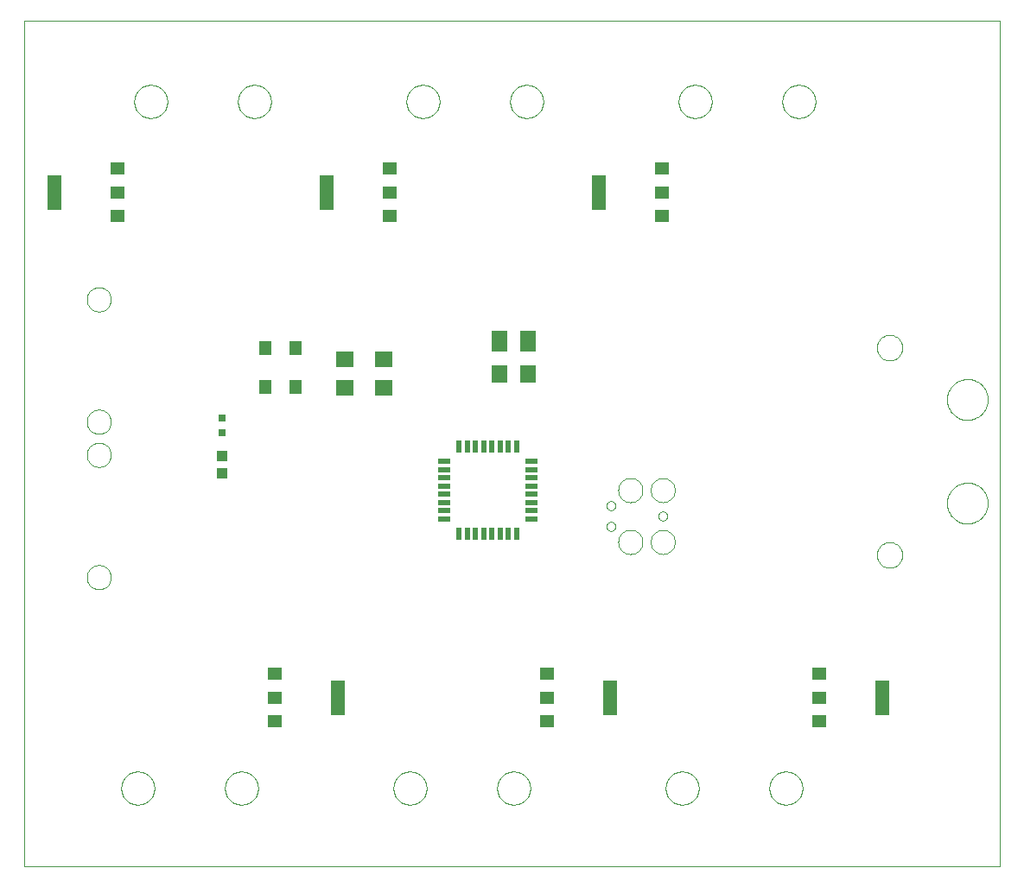
<source format=gtp>
G75*
%MOIN*%
%OFA0B0*%
%FSLAX24Y24*%
%IPPOS*%
%LPD*%
%AMOC8*
5,1,8,0,0,1.08239X$1,22.5*
%
%ADD10C,0.0000*%
%ADD11R,0.0220X0.0500*%
%ADD12R,0.0500X0.0220*%
%ADD13R,0.0630X0.0787*%
%ADD14R,0.0630X0.0709*%
%ADD15R,0.0709X0.0630*%
%ADD16R,0.0394X0.0433*%
%ADD17R,0.0315X0.0315*%
%ADD18R,0.0472X0.0551*%
%ADD19R,0.0551X0.0472*%
%ADD20R,0.0551X0.1378*%
D10*
X000100Y000204D02*
X000100Y032825D01*
X037720Y032825D01*
X037720Y000204D01*
X000100Y000204D01*
X003835Y003204D02*
X003837Y003254D01*
X003843Y003304D01*
X003853Y003353D01*
X003866Y003402D01*
X003884Y003449D01*
X003905Y003495D01*
X003929Y003538D01*
X003957Y003580D01*
X003988Y003620D01*
X004022Y003657D01*
X004059Y003691D01*
X004099Y003722D01*
X004141Y003750D01*
X004184Y003774D01*
X004230Y003795D01*
X004277Y003813D01*
X004326Y003826D01*
X004375Y003836D01*
X004425Y003842D01*
X004475Y003844D01*
X004525Y003842D01*
X004575Y003836D01*
X004624Y003826D01*
X004673Y003813D01*
X004720Y003795D01*
X004766Y003774D01*
X004809Y003750D01*
X004851Y003722D01*
X004891Y003691D01*
X004928Y003657D01*
X004962Y003620D01*
X004993Y003580D01*
X005021Y003538D01*
X005045Y003495D01*
X005066Y003449D01*
X005084Y003402D01*
X005097Y003353D01*
X005107Y003304D01*
X005113Y003254D01*
X005115Y003204D01*
X005113Y003154D01*
X005107Y003104D01*
X005097Y003055D01*
X005084Y003006D01*
X005066Y002959D01*
X005045Y002913D01*
X005021Y002870D01*
X004993Y002828D01*
X004962Y002788D01*
X004928Y002751D01*
X004891Y002717D01*
X004851Y002686D01*
X004809Y002658D01*
X004766Y002634D01*
X004720Y002613D01*
X004673Y002595D01*
X004624Y002582D01*
X004575Y002572D01*
X004525Y002566D01*
X004475Y002564D01*
X004425Y002566D01*
X004375Y002572D01*
X004326Y002582D01*
X004277Y002595D01*
X004230Y002613D01*
X004184Y002634D01*
X004141Y002658D01*
X004099Y002686D01*
X004059Y002717D01*
X004022Y002751D01*
X003988Y002788D01*
X003957Y002828D01*
X003929Y002870D01*
X003905Y002913D01*
X003884Y002959D01*
X003866Y003006D01*
X003853Y003055D01*
X003843Y003104D01*
X003837Y003154D01*
X003835Y003204D01*
X007835Y003204D02*
X007837Y003254D01*
X007843Y003304D01*
X007853Y003353D01*
X007866Y003402D01*
X007884Y003449D01*
X007905Y003495D01*
X007929Y003538D01*
X007957Y003580D01*
X007988Y003620D01*
X008022Y003657D01*
X008059Y003691D01*
X008099Y003722D01*
X008141Y003750D01*
X008184Y003774D01*
X008230Y003795D01*
X008277Y003813D01*
X008326Y003826D01*
X008375Y003836D01*
X008425Y003842D01*
X008475Y003844D01*
X008525Y003842D01*
X008575Y003836D01*
X008624Y003826D01*
X008673Y003813D01*
X008720Y003795D01*
X008766Y003774D01*
X008809Y003750D01*
X008851Y003722D01*
X008891Y003691D01*
X008928Y003657D01*
X008962Y003620D01*
X008993Y003580D01*
X009021Y003538D01*
X009045Y003495D01*
X009066Y003449D01*
X009084Y003402D01*
X009097Y003353D01*
X009107Y003304D01*
X009113Y003254D01*
X009115Y003204D01*
X009113Y003154D01*
X009107Y003104D01*
X009097Y003055D01*
X009084Y003006D01*
X009066Y002959D01*
X009045Y002913D01*
X009021Y002870D01*
X008993Y002828D01*
X008962Y002788D01*
X008928Y002751D01*
X008891Y002717D01*
X008851Y002686D01*
X008809Y002658D01*
X008766Y002634D01*
X008720Y002613D01*
X008673Y002595D01*
X008624Y002582D01*
X008575Y002572D01*
X008525Y002566D01*
X008475Y002564D01*
X008425Y002566D01*
X008375Y002572D01*
X008326Y002582D01*
X008277Y002595D01*
X008230Y002613D01*
X008184Y002634D01*
X008141Y002658D01*
X008099Y002686D01*
X008059Y002717D01*
X008022Y002751D01*
X007988Y002788D01*
X007957Y002828D01*
X007929Y002870D01*
X007905Y002913D01*
X007884Y002959D01*
X007866Y003006D01*
X007853Y003055D01*
X007843Y003104D01*
X007837Y003154D01*
X007835Y003204D01*
X014335Y003204D02*
X014337Y003254D01*
X014343Y003304D01*
X014353Y003353D01*
X014366Y003402D01*
X014384Y003449D01*
X014405Y003495D01*
X014429Y003538D01*
X014457Y003580D01*
X014488Y003620D01*
X014522Y003657D01*
X014559Y003691D01*
X014599Y003722D01*
X014641Y003750D01*
X014684Y003774D01*
X014730Y003795D01*
X014777Y003813D01*
X014826Y003826D01*
X014875Y003836D01*
X014925Y003842D01*
X014975Y003844D01*
X015025Y003842D01*
X015075Y003836D01*
X015124Y003826D01*
X015173Y003813D01*
X015220Y003795D01*
X015266Y003774D01*
X015309Y003750D01*
X015351Y003722D01*
X015391Y003691D01*
X015428Y003657D01*
X015462Y003620D01*
X015493Y003580D01*
X015521Y003538D01*
X015545Y003495D01*
X015566Y003449D01*
X015584Y003402D01*
X015597Y003353D01*
X015607Y003304D01*
X015613Y003254D01*
X015615Y003204D01*
X015613Y003154D01*
X015607Y003104D01*
X015597Y003055D01*
X015584Y003006D01*
X015566Y002959D01*
X015545Y002913D01*
X015521Y002870D01*
X015493Y002828D01*
X015462Y002788D01*
X015428Y002751D01*
X015391Y002717D01*
X015351Y002686D01*
X015309Y002658D01*
X015266Y002634D01*
X015220Y002613D01*
X015173Y002595D01*
X015124Y002582D01*
X015075Y002572D01*
X015025Y002566D01*
X014975Y002564D01*
X014925Y002566D01*
X014875Y002572D01*
X014826Y002582D01*
X014777Y002595D01*
X014730Y002613D01*
X014684Y002634D01*
X014641Y002658D01*
X014599Y002686D01*
X014559Y002717D01*
X014522Y002751D01*
X014488Y002788D01*
X014457Y002828D01*
X014429Y002870D01*
X014405Y002913D01*
X014384Y002959D01*
X014366Y003006D01*
X014353Y003055D01*
X014343Y003104D01*
X014337Y003154D01*
X014335Y003204D01*
X018335Y003204D02*
X018337Y003254D01*
X018343Y003304D01*
X018353Y003353D01*
X018366Y003402D01*
X018384Y003449D01*
X018405Y003495D01*
X018429Y003538D01*
X018457Y003580D01*
X018488Y003620D01*
X018522Y003657D01*
X018559Y003691D01*
X018599Y003722D01*
X018641Y003750D01*
X018684Y003774D01*
X018730Y003795D01*
X018777Y003813D01*
X018826Y003826D01*
X018875Y003836D01*
X018925Y003842D01*
X018975Y003844D01*
X019025Y003842D01*
X019075Y003836D01*
X019124Y003826D01*
X019173Y003813D01*
X019220Y003795D01*
X019266Y003774D01*
X019309Y003750D01*
X019351Y003722D01*
X019391Y003691D01*
X019428Y003657D01*
X019462Y003620D01*
X019493Y003580D01*
X019521Y003538D01*
X019545Y003495D01*
X019566Y003449D01*
X019584Y003402D01*
X019597Y003353D01*
X019607Y003304D01*
X019613Y003254D01*
X019615Y003204D01*
X019613Y003154D01*
X019607Y003104D01*
X019597Y003055D01*
X019584Y003006D01*
X019566Y002959D01*
X019545Y002913D01*
X019521Y002870D01*
X019493Y002828D01*
X019462Y002788D01*
X019428Y002751D01*
X019391Y002717D01*
X019351Y002686D01*
X019309Y002658D01*
X019266Y002634D01*
X019220Y002613D01*
X019173Y002595D01*
X019124Y002582D01*
X019075Y002572D01*
X019025Y002566D01*
X018975Y002564D01*
X018925Y002566D01*
X018875Y002572D01*
X018826Y002582D01*
X018777Y002595D01*
X018730Y002613D01*
X018684Y002634D01*
X018641Y002658D01*
X018599Y002686D01*
X018559Y002717D01*
X018522Y002751D01*
X018488Y002788D01*
X018457Y002828D01*
X018429Y002870D01*
X018405Y002913D01*
X018384Y002959D01*
X018366Y003006D01*
X018353Y003055D01*
X018343Y003104D01*
X018337Y003154D01*
X018335Y003204D01*
X024835Y003204D02*
X024837Y003254D01*
X024843Y003304D01*
X024853Y003353D01*
X024866Y003402D01*
X024884Y003449D01*
X024905Y003495D01*
X024929Y003538D01*
X024957Y003580D01*
X024988Y003620D01*
X025022Y003657D01*
X025059Y003691D01*
X025099Y003722D01*
X025141Y003750D01*
X025184Y003774D01*
X025230Y003795D01*
X025277Y003813D01*
X025326Y003826D01*
X025375Y003836D01*
X025425Y003842D01*
X025475Y003844D01*
X025525Y003842D01*
X025575Y003836D01*
X025624Y003826D01*
X025673Y003813D01*
X025720Y003795D01*
X025766Y003774D01*
X025809Y003750D01*
X025851Y003722D01*
X025891Y003691D01*
X025928Y003657D01*
X025962Y003620D01*
X025993Y003580D01*
X026021Y003538D01*
X026045Y003495D01*
X026066Y003449D01*
X026084Y003402D01*
X026097Y003353D01*
X026107Y003304D01*
X026113Y003254D01*
X026115Y003204D01*
X026113Y003154D01*
X026107Y003104D01*
X026097Y003055D01*
X026084Y003006D01*
X026066Y002959D01*
X026045Y002913D01*
X026021Y002870D01*
X025993Y002828D01*
X025962Y002788D01*
X025928Y002751D01*
X025891Y002717D01*
X025851Y002686D01*
X025809Y002658D01*
X025766Y002634D01*
X025720Y002613D01*
X025673Y002595D01*
X025624Y002582D01*
X025575Y002572D01*
X025525Y002566D01*
X025475Y002564D01*
X025425Y002566D01*
X025375Y002572D01*
X025326Y002582D01*
X025277Y002595D01*
X025230Y002613D01*
X025184Y002634D01*
X025141Y002658D01*
X025099Y002686D01*
X025059Y002717D01*
X025022Y002751D01*
X024988Y002788D01*
X024957Y002828D01*
X024929Y002870D01*
X024905Y002913D01*
X024884Y002959D01*
X024866Y003006D01*
X024853Y003055D01*
X024843Y003104D01*
X024837Y003154D01*
X024835Y003204D01*
X028835Y003204D02*
X028837Y003254D01*
X028843Y003304D01*
X028853Y003353D01*
X028866Y003402D01*
X028884Y003449D01*
X028905Y003495D01*
X028929Y003538D01*
X028957Y003580D01*
X028988Y003620D01*
X029022Y003657D01*
X029059Y003691D01*
X029099Y003722D01*
X029141Y003750D01*
X029184Y003774D01*
X029230Y003795D01*
X029277Y003813D01*
X029326Y003826D01*
X029375Y003836D01*
X029425Y003842D01*
X029475Y003844D01*
X029525Y003842D01*
X029575Y003836D01*
X029624Y003826D01*
X029673Y003813D01*
X029720Y003795D01*
X029766Y003774D01*
X029809Y003750D01*
X029851Y003722D01*
X029891Y003691D01*
X029928Y003657D01*
X029962Y003620D01*
X029993Y003580D01*
X030021Y003538D01*
X030045Y003495D01*
X030066Y003449D01*
X030084Y003402D01*
X030097Y003353D01*
X030107Y003304D01*
X030113Y003254D01*
X030115Y003204D01*
X030113Y003154D01*
X030107Y003104D01*
X030097Y003055D01*
X030084Y003006D01*
X030066Y002959D01*
X030045Y002913D01*
X030021Y002870D01*
X029993Y002828D01*
X029962Y002788D01*
X029928Y002751D01*
X029891Y002717D01*
X029851Y002686D01*
X029809Y002658D01*
X029766Y002634D01*
X029720Y002613D01*
X029673Y002595D01*
X029624Y002582D01*
X029575Y002572D01*
X029525Y002566D01*
X029475Y002564D01*
X029425Y002566D01*
X029375Y002572D01*
X029326Y002582D01*
X029277Y002595D01*
X029230Y002613D01*
X029184Y002634D01*
X029141Y002658D01*
X029099Y002686D01*
X029059Y002717D01*
X029022Y002751D01*
X028988Y002788D01*
X028957Y002828D01*
X028929Y002870D01*
X028905Y002913D01*
X028884Y002959D01*
X028866Y003006D01*
X028853Y003055D01*
X028843Y003104D01*
X028837Y003154D01*
X028835Y003204D01*
X032983Y012204D02*
X032985Y012248D01*
X032991Y012292D01*
X033001Y012335D01*
X033014Y012377D01*
X033032Y012417D01*
X033053Y012456D01*
X033077Y012493D01*
X033104Y012528D01*
X033135Y012560D01*
X033168Y012589D01*
X033204Y012615D01*
X033242Y012637D01*
X033282Y012656D01*
X033323Y012672D01*
X033366Y012684D01*
X033409Y012692D01*
X033453Y012696D01*
X033497Y012696D01*
X033541Y012692D01*
X033584Y012684D01*
X033627Y012672D01*
X033668Y012656D01*
X033708Y012637D01*
X033746Y012615D01*
X033782Y012589D01*
X033815Y012560D01*
X033846Y012528D01*
X033873Y012493D01*
X033897Y012456D01*
X033918Y012417D01*
X033936Y012377D01*
X033949Y012335D01*
X033959Y012292D01*
X033965Y012248D01*
X033967Y012204D01*
X033965Y012160D01*
X033959Y012116D01*
X033949Y012073D01*
X033936Y012031D01*
X033918Y011991D01*
X033897Y011952D01*
X033873Y011915D01*
X033846Y011880D01*
X033815Y011848D01*
X033782Y011819D01*
X033746Y011793D01*
X033708Y011771D01*
X033668Y011752D01*
X033627Y011736D01*
X033584Y011724D01*
X033541Y011716D01*
X033497Y011712D01*
X033453Y011712D01*
X033409Y011716D01*
X033366Y011724D01*
X033323Y011736D01*
X033282Y011752D01*
X033242Y011771D01*
X033204Y011793D01*
X033168Y011819D01*
X033135Y011848D01*
X033104Y011880D01*
X033077Y011915D01*
X033053Y011952D01*
X033032Y011991D01*
X033014Y012031D01*
X033001Y012073D01*
X032991Y012116D01*
X032985Y012160D01*
X032983Y012204D01*
X035688Y014204D02*
X035690Y014260D01*
X035696Y014315D01*
X035706Y014369D01*
X035719Y014423D01*
X035737Y014476D01*
X035758Y014527D01*
X035782Y014577D01*
X035810Y014625D01*
X035842Y014671D01*
X035876Y014715D01*
X035914Y014756D01*
X035954Y014794D01*
X035997Y014829D01*
X036042Y014861D01*
X036090Y014890D01*
X036139Y014916D01*
X036190Y014938D01*
X036242Y014956D01*
X036296Y014970D01*
X036351Y014981D01*
X036406Y014988D01*
X036461Y014991D01*
X036517Y014990D01*
X036572Y014985D01*
X036627Y014976D01*
X036681Y014964D01*
X036734Y014947D01*
X036786Y014927D01*
X036836Y014903D01*
X036884Y014876D01*
X036931Y014846D01*
X036975Y014812D01*
X037017Y014775D01*
X037055Y014735D01*
X037092Y014693D01*
X037125Y014648D01*
X037154Y014602D01*
X037181Y014553D01*
X037203Y014502D01*
X037223Y014450D01*
X037238Y014396D01*
X037250Y014342D01*
X037258Y014287D01*
X037262Y014232D01*
X037262Y014176D01*
X037258Y014121D01*
X037250Y014066D01*
X037238Y014012D01*
X037223Y013958D01*
X037203Y013906D01*
X037181Y013855D01*
X037154Y013806D01*
X037125Y013760D01*
X037092Y013715D01*
X037055Y013673D01*
X037017Y013633D01*
X036975Y013596D01*
X036931Y013562D01*
X036884Y013532D01*
X036836Y013505D01*
X036786Y013481D01*
X036734Y013461D01*
X036681Y013444D01*
X036627Y013432D01*
X036572Y013423D01*
X036517Y013418D01*
X036461Y013417D01*
X036406Y013420D01*
X036351Y013427D01*
X036296Y013438D01*
X036242Y013452D01*
X036190Y013470D01*
X036139Y013492D01*
X036090Y013518D01*
X036042Y013547D01*
X035997Y013579D01*
X035954Y013614D01*
X035914Y013652D01*
X035876Y013693D01*
X035842Y013737D01*
X035810Y013783D01*
X035782Y013831D01*
X035758Y013881D01*
X035737Y013932D01*
X035719Y013985D01*
X035706Y014039D01*
X035696Y014093D01*
X035690Y014148D01*
X035688Y014204D01*
X035688Y018204D02*
X035690Y018260D01*
X035696Y018315D01*
X035706Y018369D01*
X035719Y018423D01*
X035737Y018476D01*
X035758Y018527D01*
X035782Y018577D01*
X035810Y018625D01*
X035842Y018671D01*
X035876Y018715D01*
X035914Y018756D01*
X035954Y018794D01*
X035997Y018829D01*
X036042Y018861D01*
X036090Y018890D01*
X036139Y018916D01*
X036190Y018938D01*
X036242Y018956D01*
X036296Y018970D01*
X036351Y018981D01*
X036406Y018988D01*
X036461Y018991D01*
X036517Y018990D01*
X036572Y018985D01*
X036627Y018976D01*
X036681Y018964D01*
X036734Y018947D01*
X036786Y018927D01*
X036836Y018903D01*
X036884Y018876D01*
X036931Y018846D01*
X036975Y018812D01*
X037017Y018775D01*
X037055Y018735D01*
X037092Y018693D01*
X037125Y018648D01*
X037154Y018602D01*
X037181Y018553D01*
X037203Y018502D01*
X037223Y018450D01*
X037238Y018396D01*
X037250Y018342D01*
X037258Y018287D01*
X037262Y018232D01*
X037262Y018176D01*
X037258Y018121D01*
X037250Y018066D01*
X037238Y018012D01*
X037223Y017958D01*
X037203Y017906D01*
X037181Y017855D01*
X037154Y017806D01*
X037125Y017760D01*
X037092Y017715D01*
X037055Y017673D01*
X037017Y017633D01*
X036975Y017596D01*
X036931Y017562D01*
X036884Y017532D01*
X036836Y017505D01*
X036786Y017481D01*
X036734Y017461D01*
X036681Y017444D01*
X036627Y017432D01*
X036572Y017423D01*
X036517Y017418D01*
X036461Y017417D01*
X036406Y017420D01*
X036351Y017427D01*
X036296Y017438D01*
X036242Y017452D01*
X036190Y017470D01*
X036139Y017492D01*
X036090Y017518D01*
X036042Y017547D01*
X035997Y017579D01*
X035954Y017614D01*
X035914Y017652D01*
X035876Y017693D01*
X035842Y017737D01*
X035810Y017783D01*
X035782Y017831D01*
X035758Y017881D01*
X035737Y017932D01*
X035719Y017985D01*
X035706Y018039D01*
X035696Y018093D01*
X035690Y018148D01*
X035688Y018204D01*
X032983Y020204D02*
X032985Y020248D01*
X032991Y020292D01*
X033001Y020335D01*
X033014Y020377D01*
X033032Y020417D01*
X033053Y020456D01*
X033077Y020493D01*
X033104Y020528D01*
X033135Y020560D01*
X033168Y020589D01*
X033204Y020615D01*
X033242Y020637D01*
X033282Y020656D01*
X033323Y020672D01*
X033366Y020684D01*
X033409Y020692D01*
X033453Y020696D01*
X033497Y020696D01*
X033541Y020692D01*
X033584Y020684D01*
X033627Y020672D01*
X033668Y020656D01*
X033708Y020637D01*
X033746Y020615D01*
X033782Y020589D01*
X033815Y020560D01*
X033846Y020528D01*
X033873Y020493D01*
X033897Y020456D01*
X033918Y020417D01*
X033936Y020377D01*
X033949Y020335D01*
X033959Y020292D01*
X033965Y020248D01*
X033967Y020204D01*
X033965Y020160D01*
X033959Y020116D01*
X033949Y020073D01*
X033936Y020031D01*
X033918Y019991D01*
X033897Y019952D01*
X033873Y019915D01*
X033846Y019880D01*
X033815Y019848D01*
X033782Y019819D01*
X033746Y019793D01*
X033708Y019771D01*
X033668Y019752D01*
X033627Y019736D01*
X033584Y019724D01*
X033541Y019716D01*
X033497Y019712D01*
X033453Y019712D01*
X033409Y019716D01*
X033366Y019724D01*
X033323Y019736D01*
X033282Y019752D01*
X033242Y019771D01*
X033204Y019793D01*
X033168Y019819D01*
X033135Y019848D01*
X033104Y019880D01*
X033077Y019915D01*
X033053Y019952D01*
X033032Y019991D01*
X033014Y020031D01*
X033001Y020073D01*
X032991Y020116D01*
X032985Y020160D01*
X032983Y020204D01*
X024258Y014704D02*
X024260Y014747D01*
X024266Y014790D01*
X024276Y014832D01*
X024290Y014873D01*
X024307Y014912D01*
X024328Y014950D01*
X024352Y014985D01*
X024380Y015019D01*
X024410Y015049D01*
X024444Y015077D01*
X024479Y015101D01*
X024517Y015122D01*
X024556Y015139D01*
X024597Y015153D01*
X024639Y015163D01*
X024682Y015169D01*
X024725Y015171D01*
X024768Y015169D01*
X024811Y015163D01*
X024853Y015153D01*
X024894Y015139D01*
X024933Y015122D01*
X024971Y015101D01*
X025006Y015077D01*
X025040Y015049D01*
X025070Y015019D01*
X025098Y014985D01*
X025122Y014950D01*
X025143Y014912D01*
X025160Y014873D01*
X025174Y014832D01*
X025184Y014790D01*
X025190Y014747D01*
X025192Y014704D01*
X025190Y014661D01*
X025184Y014618D01*
X025174Y014576D01*
X025160Y014535D01*
X025143Y014496D01*
X025122Y014458D01*
X025098Y014423D01*
X025070Y014389D01*
X025040Y014359D01*
X025006Y014331D01*
X024971Y014307D01*
X024933Y014286D01*
X024894Y014269D01*
X024853Y014255D01*
X024811Y014245D01*
X024768Y014239D01*
X024725Y014237D01*
X024682Y014239D01*
X024639Y014245D01*
X024597Y014255D01*
X024556Y014269D01*
X024517Y014286D01*
X024479Y014307D01*
X024444Y014331D01*
X024410Y014359D01*
X024380Y014389D01*
X024352Y014423D01*
X024328Y014458D01*
X024307Y014496D01*
X024290Y014535D01*
X024276Y014576D01*
X024266Y014618D01*
X024260Y014661D01*
X024258Y014704D01*
X023008Y014704D02*
X023010Y014747D01*
X023016Y014790D01*
X023026Y014832D01*
X023040Y014873D01*
X023057Y014912D01*
X023078Y014950D01*
X023102Y014985D01*
X023130Y015019D01*
X023160Y015049D01*
X023194Y015077D01*
X023229Y015101D01*
X023267Y015122D01*
X023306Y015139D01*
X023347Y015153D01*
X023389Y015163D01*
X023432Y015169D01*
X023475Y015171D01*
X023518Y015169D01*
X023561Y015163D01*
X023603Y015153D01*
X023644Y015139D01*
X023683Y015122D01*
X023721Y015101D01*
X023756Y015077D01*
X023790Y015049D01*
X023820Y015019D01*
X023848Y014985D01*
X023872Y014950D01*
X023893Y014912D01*
X023910Y014873D01*
X023924Y014832D01*
X023934Y014790D01*
X023940Y014747D01*
X023942Y014704D01*
X023940Y014661D01*
X023934Y014618D01*
X023924Y014576D01*
X023910Y014535D01*
X023893Y014496D01*
X023872Y014458D01*
X023848Y014423D01*
X023820Y014389D01*
X023790Y014359D01*
X023756Y014331D01*
X023721Y014307D01*
X023683Y014286D01*
X023644Y014269D01*
X023603Y014255D01*
X023561Y014245D01*
X023518Y014239D01*
X023475Y014237D01*
X023432Y014239D01*
X023389Y014245D01*
X023347Y014255D01*
X023306Y014269D01*
X023267Y014286D01*
X023229Y014307D01*
X023194Y014331D01*
X023160Y014359D01*
X023130Y014389D01*
X023102Y014423D01*
X023078Y014458D01*
X023057Y014496D01*
X023040Y014535D01*
X023026Y014576D01*
X023016Y014618D01*
X023010Y014661D01*
X023008Y014704D01*
X022550Y014104D02*
X022552Y014130D01*
X022558Y014156D01*
X022567Y014180D01*
X022580Y014203D01*
X022597Y014223D01*
X022616Y014241D01*
X022638Y014256D01*
X022661Y014267D01*
X022686Y014275D01*
X022712Y014279D01*
X022738Y014279D01*
X022764Y014275D01*
X022789Y014267D01*
X022813Y014256D01*
X022834Y014241D01*
X022853Y014223D01*
X022870Y014203D01*
X022883Y014180D01*
X022892Y014156D01*
X022898Y014130D01*
X022900Y014104D01*
X022898Y014078D01*
X022892Y014052D01*
X022883Y014028D01*
X022870Y014005D01*
X022853Y013985D01*
X022834Y013967D01*
X022812Y013952D01*
X022789Y013941D01*
X022764Y013933D01*
X022738Y013929D01*
X022712Y013929D01*
X022686Y013933D01*
X022661Y013941D01*
X022637Y013952D01*
X022616Y013967D01*
X022597Y013985D01*
X022580Y014005D01*
X022567Y014028D01*
X022558Y014052D01*
X022552Y014078D01*
X022550Y014104D01*
X022550Y013304D02*
X022552Y013330D01*
X022558Y013356D01*
X022567Y013380D01*
X022580Y013403D01*
X022597Y013423D01*
X022616Y013441D01*
X022638Y013456D01*
X022661Y013467D01*
X022686Y013475D01*
X022712Y013479D01*
X022738Y013479D01*
X022764Y013475D01*
X022789Y013467D01*
X022813Y013456D01*
X022834Y013441D01*
X022853Y013423D01*
X022870Y013403D01*
X022883Y013380D01*
X022892Y013356D01*
X022898Y013330D01*
X022900Y013304D01*
X022898Y013278D01*
X022892Y013252D01*
X022883Y013228D01*
X022870Y013205D01*
X022853Y013185D01*
X022834Y013167D01*
X022812Y013152D01*
X022789Y013141D01*
X022764Y013133D01*
X022738Y013129D01*
X022712Y013129D01*
X022686Y013133D01*
X022661Y013141D01*
X022637Y013152D01*
X022616Y013167D01*
X022597Y013185D01*
X022580Y013205D01*
X022567Y013228D01*
X022558Y013252D01*
X022552Y013278D01*
X022550Y013304D01*
X023008Y012704D02*
X023010Y012747D01*
X023016Y012790D01*
X023026Y012832D01*
X023040Y012873D01*
X023057Y012912D01*
X023078Y012950D01*
X023102Y012985D01*
X023130Y013019D01*
X023160Y013049D01*
X023194Y013077D01*
X023229Y013101D01*
X023267Y013122D01*
X023306Y013139D01*
X023347Y013153D01*
X023389Y013163D01*
X023432Y013169D01*
X023475Y013171D01*
X023518Y013169D01*
X023561Y013163D01*
X023603Y013153D01*
X023644Y013139D01*
X023683Y013122D01*
X023721Y013101D01*
X023756Y013077D01*
X023790Y013049D01*
X023820Y013019D01*
X023848Y012985D01*
X023872Y012950D01*
X023893Y012912D01*
X023910Y012873D01*
X023924Y012832D01*
X023934Y012790D01*
X023940Y012747D01*
X023942Y012704D01*
X023940Y012661D01*
X023934Y012618D01*
X023924Y012576D01*
X023910Y012535D01*
X023893Y012496D01*
X023872Y012458D01*
X023848Y012423D01*
X023820Y012389D01*
X023790Y012359D01*
X023756Y012331D01*
X023721Y012307D01*
X023683Y012286D01*
X023644Y012269D01*
X023603Y012255D01*
X023561Y012245D01*
X023518Y012239D01*
X023475Y012237D01*
X023432Y012239D01*
X023389Y012245D01*
X023347Y012255D01*
X023306Y012269D01*
X023267Y012286D01*
X023229Y012307D01*
X023194Y012331D01*
X023160Y012359D01*
X023130Y012389D01*
X023102Y012423D01*
X023078Y012458D01*
X023057Y012496D01*
X023040Y012535D01*
X023026Y012576D01*
X023016Y012618D01*
X023010Y012661D01*
X023008Y012704D01*
X024258Y012704D02*
X024260Y012747D01*
X024266Y012790D01*
X024276Y012832D01*
X024290Y012873D01*
X024307Y012912D01*
X024328Y012950D01*
X024352Y012985D01*
X024380Y013019D01*
X024410Y013049D01*
X024444Y013077D01*
X024479Y013101D01*
X024517Y013122D01*
X024556Y013139D01*
X024597Y013153D01*
X024639Y013163D01*
X024682Y013169D01*
X024725Y013171D01*
X024768Y013169D01*
X024811Y013163D01*
X024853Y013153D01*
X024894Y013139D01*
X024933Y013122D01*
X024971Y013101D01*
X025006Y013077D01*
X025040Y013049D01*
X025070Y013019D01*
X025098Y012985D01*
X025122Y012950D01*
X025143Y012912D01*
X025160Y012873D01*
X025174Y012832D01*
X025184Y012790D01*
X025190Y012747D01*
X025192Y012704D01*
X025190Y012661D01*
X025184Y012618D01*
X025174Y012576D01*
X025160Y012535D01*
X025143Y012496D01*
X025122Y012458D01*
X025098Y012423D01*
X025070Y012389D01*
X025040Y012359D01*
X025006Y012331D01*
X024971Y012307D01*
X024933Y012286D01*
X024894Y012269D01*
X024853Y012255D01*
X024811Y012245D01*
X024768Y012239D01*
X024725Y012237D01*
X024682Y012239D01*
X024639Y012245D01*
X024597Y012255D01*
X024556Y012269D01*
X024517Y012286D01*
X024479Y012307D01*
X024444Y012331D01*
X024410Y012359D01*
X024380Y012389D01*
X024352Y012423D01*
X024328Y012458D01*
X024307Y012496D01*
X024290Y012535D01*
X024276Y012576D01*
X024266Y012618D01*
X024260Y012661D01*
X024258Y012704D01*
X024550Y013704D02*
X024552Y013730D01*
X024558Y013756D01*
X024567Y013780D01*
X024580Y013803D01*
X024597Y013823D01*
X024616Y013841D01*
X024638Y013856D01*
X024661Y013867D01*
X024686Y013875D01*
X024712Y013879D01*
X024738Y013879D01*
X024764Y013875D01*
X024789Y013867D01*
X024813Y013856D01*
X024834Y013841D01*
X024853Y013823D01*
X024870Y013803D01*
X024883Y013780D01*
X024892Y013756D01*
X024898Y013730D01*
X024900Y013704D01*
X024898Y013678D01*
X024892Y013652D01*
X024883Y013628D01*
X024870Y013605D01*
X024853Y013585D01*
X024834Y013567D01*
X024812Y013552D01*
X024789Y013541D01*
X024764Y013533D01*
X024738Y013529D01*
X024712Y013529D01*
X024686Y013533D01*
X024661Y013541D01*
X024637Y013552D01*
X024616Y013567D01*
X024597Y013585D01*
X024580Y013605D01*
X024567Y013628D01*
X024558Y013652D01*
X024552Y013678D01*
X024550Y013704D01*
X025335Y029704D02*
X025337Y029754D01*
X025343Y029804D01*
X025353Y029853D01*
X025366Y029902D01*
X025384Y029949D01*
X025405Y029995D01*
X025429Y030038D01*
X025457Y030080D01*
X025488Y030120D01*
X025522Y030157D01*
X025559Y030191D01*
X025599Y030222D01*
X025641Y030250D01*
X025684Y030274D01*
X025730Y030295D01*
X025777Y030313D01*
X025826Y030326D01*
X025875Y030336D01*
X025925Y030342D01*
X025975Y030344D01*
X026025Y030342D01*
X026075Y030336D01*
X026124Y030326D01*
X026173Y030313D01*
X026220Y030295D01*
X026266Y030274D01*
X026309Y030250D01*
X026351Y030222D01*
X026391Y030191D01*
X026428Y030157D01*
X026462Y030120D01*
X026493Y030080D01*
X026521Y030038D01*
X026545Y029995D01*
X026566Y029949D01*
X026584Y029902D01*
X026597Y029853D01*
X026607Y029804D01*
X026613Y029754D01*
X026615Y029704D01*
X026613Y029654D01*
X026607Y029604D01*
X026597Y029555D01*
X026584Y029506D01*
X026566Y029459D01*
X026545Y029413D01*
X026521Y029370D01*
X026493Y029328D01*
X026462Y029288D01*
X026428Y029251D01*
X026391Y029217D01*
X026351Y029186D01*
X026309Y029158D01*
X026266Y029134D01*
X026220Y029113D01*
X026173Y029095D01*
X026124Y029082D01*
X026075Y029072D01*
X026025Y029066D01*
X025975Y029064D01*
X025925Y029066D01*
X025875Y029072D01*
X025826Y029082D01*
X025777Y029095D01*
X025730Y029113D01*
X025684Y029134D01*
X025641Y029158D01*
X025599Y029186D01*
X025559Y029217D01*
X025522Y029251D01*
X025488Y029288D01*
X025457Y029328D01*
X025429Y029370D01*
X025405Y029413D01*
X025384Y029459D01*
X025366Y029506D01*
X025353Y029555D01*
X025343Y029604D01*
X025337Y029654D01*
X025335Y029704D01*
X029335Y029704D02*
X029337Y029754D01*
X029343Y029804D01*
X029353Y029853D01*
X029366Y029902D01*
X029384Y029949D01*
X029405Y029995D01*
X029429Y030038D01*
X029457Y030080D01*
X029488Y030120D01*
X029522Y030157D01*
X029559Y030191D01*
X029599Y030222D01*
X029641Y030250D01*
X029684Y030274D01*
X029730Y030295D01*
X029777Y030313D01*
X029826Y030326D01*
X029875Y030336D01*
X029925Y030342D01*
X029975Y030344D01*
X030025Y030342D01*
X030075Y030336D01*
X030124Y030326D01*
X030173Y030313D01*
X030220Y030295D01*
X030266Y030274D01*
X030309Y030250D01*
X030351Y030222D01*
X030391Y030191D01*
X030428Y030157D01*
X030462Y030120D01*
X030493Y030080D01*
X030521Y030038D01*
X030545Y029995D01*
X030566Y029949D01*
X030584Y029902D01*
X030597Y029853D01*
X030607Y029804D01*
X030613Y029754D01*
X030615Y029704D01*
X030613Y029654D01*
X030607Y029604D01*
X030597Y029555D01*
X030584Y029506D01*
X030566Y029459D01*
X030545Y029413D01*
X030521Y029370D01*
X030493Y029328D01*
X030462Y029288D01*
X030428Y029251D01*
X030391Y029217D01*
X030351Y029186D01*
X030309Y029158D01*
X030266Y029134D01*
X030220Y029113D01*
X030173Y029095D01*
X030124Y029082D01*
X030075Y029072D01*
X030025Y029066D01*
X029975Y029064D01*
X029925Y029066D01*
X029875Y029072D01*
X029826Y029082D01*
X029777Y029095D01*
X029730Y029113D01*
X029684Y029134D01*
X029641Y029158D01*
X029599Y029186D01*
X029559Y029217D01*
X029522Y029251D01*
X029488Y029288D01*
X029457Y029328D01*
X029429Y029370D01*
X029405Y029413D01*
X029384Y029459D01*
X029366Y029506D01*
X029353Y029555D01*
X029343Y029604D01*
X029337Y029654D01*
X029335Y029704D01*
X018835Y029704D02*
X018837Y029754D01*
X018843Y029804D01*
X018853Y029853D01*
X018866Y029902D01*
X018884Y029949D01*
X018905Y029995D01*
X018929Y030038D01*
X018957Y030080D01*
X018988Y030120D01*
X019022Y030157D01*
X019059Y030191D01*
X019099Y030222D01*
X019141Y030250D01*
X019184Y030274D01*
X019230Y030295D01*
X019277Y030313D01*
X019326Y030326D01*
X019375Y030336D01*
X019425Y030342D01*
X019475Y030344D01*
X019525Y030342D01*
X019575Y030336D01*
X019624Y030326D01*
X019673Y030313D01*
X019720Y030295D01*
X019766Y030274D01*
X019809Y030250D01*
X019851Y030222D01*
X019891Y030191D01*
X019928Y030157D01*
X019962Y030120D01*
X019993Y030080D01*
X020021Y030038D01*
X020045Y029995D01*
X020066Y029949D01*
X020084Y029902D01*
X020097Y029853D01*
X020107Y029804D01*
X020113Y029754D01*
X020115Y029704D01*
X020113Y029654D01*
X020107Y029604D01*
X020097Y029555D01*
X020084Y029506D01*
X020066Y029459D01*
X020045Y029413D01*
X020021Y029370D01*
X019993Y029328D01*
X019962Y029288D01*
X019928Y029251D01*
X019891Y029217D01*
X019851Y029186D01*
X019809Y029158D01*
X019766Y029134D01*
X019720Y029113D01*
X019673Y029095D01*
X019624Y029082D01*
X019575Y029072D01*
X019525Y029066D01*
X019475Y029064D01*
X019425Y029066D01*
X019375Y029072D01*
X019326Y029082D01*
X019277Y029095D01*
X019230Y029113D01*
X019184Y029134D01*
X019141Y029158D01*
X019099Y029186D01*
X019059Y029217D01*
X019022Y029251D01*
X018988Y029288D01*
X018957Y029328D01*
X018929Y029370D01*
X018905Y029413D01*
X018884Y029459D01*
X018866Y029506D01*
X018853Y029555D01*
X018843Y029604D01*
X018837Y029654D01*
X018835Y029704D01*
X014835Y029704D02*
X014837Y029754D01*
X014843Y029804D01*
X014853Y029853D01*
X014866Y029902D01*
X014884Y029949D01*
X014905Y029995D01*
X014929Y030038D01*
X014957Y030080D01*
X014988Y030120D01*
X015022Y030157D01*
X015059Y030191D01*
X015099Y030222D01*
X015141Y030250D01*
X015184Y030274D01*
X015230Y030295D01*
X015277Y030313D01*
X015326Y030326D01*
X015375Y030336D01*
X015425Y030342D01*
X015475Y030344D01*
X015525Y030342D01*
X015575Y030336D01*
X015624Y030326D01*
X015673Y030313D01*
X015720Y030295D01*
X015766Y030274D01*
X015809Y030250D01*
X015851Y030222D01*
X015891Y030191D01*
X015928Y030157D01*
X015962Y030120D01*
X015993Y030080D01*
X016021Y030038D01*
X016045Y029995D01*
X016066Y029949D01*
X016084Y029902D01*
X016097Y029853D01*
X016107Y029804D01*
X016113Y029754D01*
X016115Y029704D01*
X016113Y029654D01*
X016107Y029604D01*
X016097Y029555D01*
X016084Y029506D01*
X016066Y029459D01*
X016045Y029413D01*
X016021Y029370D01*
X015993Y029328D01*
X015962Y029288D01*
X015928Y029251D01*
X015891Y029217D01*
X015851Y029186D01*
X015809Y029158D01*
X015766Y029134D01*
X015720Y029113D01*
X015673Y029095D01*
X015624Y029082D01*
X015575Y029072D01*
X015525Y029066D01*
X015475Y029064D01*
X015425Y029066D01*
X015375Y029072D01*
X015326Y029082D01*
X015277Y029095D01*
X015230Y029113D01*
X015184Y029134D01*
X015141Y029158D01*
X015099Y029186D01*
X015059Y029217D01*
X015022Y029251D01*
X014988Y029288D01*
X014957Y029328D01*
X014929Y029370D01*
X014905Y029413D01*
X014884Y029459D01*
X014866Y029506D01*
X014853Y029555D01*
X014843Y029604D01*
X014837Y029654D01*
X014835Y029704D01*
X008335Y029704D02*
X008337Y029754D01*
X008343Y029804D01*
X008353Y029853D01*
X008366Y029902D01*
X008384Y029949D01*
X008405Y029995D01*
X008429Y030038D01*
X008457Y030080D01*
X008488Y030120D01*
X008522Y030157D01*
X008559Y030191D01*
X008599Y030222D01*
X008641Y030250D01*
X008684Y030274D01*
X008730Y030295D01*
X008777Y030313D01*
X008826Y030326D01*
X008875Y030336D01*
X008925Y030342D01*
X008975Y030344D01*
X009025Y030342D01*
X009075Y030336D01*
X009124Y030326D01*
X009173Y030313D01*
X009220Y030295D01*
X009266Y030274D01*
X009309Y030250D01*
X009351Y030222D01*
X009391Y030191D01*
X009428Y030157D01*
X009462Y030120D01*
X009493Y030080D01*
X009521Y030038D01*
X009545Y029995D01*
X009566Y029949D01*
X009584Y029902D01*
X009597Y029853D01*
X009607Y029804D01*
X009613Y029754D01*
X009615Y029704D01*
X009613Y029654D01*
X009607Y029604D01*
X009597Y029555D01*
X009584Y029506D01*
X009566Y029459D01*
X009545Y029413D01*
X009521Y029370D01*
X009493Y029328D01*
X009462Y029288D01*
X009428Y029251D01*
X009391Y029217D01*
X009351Y029186D01*
X009309Y029158D01*
X009266Y029134D01*
X009220Y029113D01*
X009173Y029095D01*
X009124Y029082D01*
X009075Y029072D01*
X009025Y029066D01*
X008975Y029064D01*
X008925Y029066D01*
X008875Y029072D01*
X008826Y029082D01*
X008777Y029095D01*
X008730Y029113D01*
X008684Y029134D01*
X008641Y029158D01*
X008599Y029186D01*
X008559Y029217D01*
X008522Y029251D01*
X008488Y029288D01*
X008457Y029328D01*
X008429Y029370D01*
X008405Y029413D01*
X008384Y029459D01*
X008366Y029506D01*
X008353Y029555D01*
X008343Y029604D01*
X008337Y029654D01*
X008335Y029704D01*
X004335Y029704D02*
X004337Y029754D01*
X004343Y029804D01*
X004353Y029853D01*
X004366Y029902D01*
X004384Y029949D01*
X004405Y029995D01*
X004429Y030038D01*
X004457Y030080D01*
X004488Y030120D01*
X004522Y030157D01*
X004559Y030191D01*
X004599Y030222D01*
X004641Y030250D01*
X004684Y030274D01*
X004730Y030295D01*
X004777Y030313D01*
X004826Y030326D01*
X004875Y030336D01*
X004925Y030342D01*
X004975Y030344D01*
X005025Y030342D01*
X005075Y030336D01*
X005124Y030326D01*
X005173Y030313D01*
X005220Y030295D01*
X005266Y030274D01*
X005309Y030250D01*
X005351Y030222D01*
X005391Y030191D01*
X005428Y030157D01*
X005462Y030120D01*
X005493Y030080D01*
X005521Y030038D01*
X005545Y029995D01*
X005566Y029949D01*
X005584Y029902D01*
X005597Y029853D01*
X005607Y029804D01*
X005613Y029754D01*
X005615Y029704D01*
X005613Y029654D01*
X005607Y029604D01*
X005597Y029555D01*
X005584Y029506D01*
X005566Y029459D01*
X005545Y029413D01*
X005521Y029370D01*
X005493Y029328D01*
X005462Y029288D01*
X005428Y029251D01*
X005391Y029217D01*
X005351Y029186D01*
X005309Y029158D01*
X005266Y029134D01*
X005220Y029113D01*
X005173Y029095D01*
X005124Y029082D01*
X005075Y029072D01*
X005025Y029066D01*
X004975Y029064D01*
X004925Y029066D01*
X004875Y029072D01*
X004826Y029082D01*
X004777Y029095D01*
X004730Y029113D01*
X004684Y029134D01*
X004641Y029158D01*
X004599Y029186D01*
X004559Y029217D01*
X004522Y029251D01*
X004488Y029288D01*
X004457Y029328D01*
X004429Y029370D01*
X004405Y029413D01*
X004384Y029459D01*
X004366Y029506D01*
X004353Y029555D01*
X004343Y029604D01*
X004337Y029654D01*
X004335Y029704D01*
X002510Y022066D02*
X002512Y022109D01*
X002518Y022151D01*
X002528Y022193D01*
X002541Y022234D01*
X002559Y022273D01*
X002580Y022311D01*
X002604Y022346D01*
X002631Y022379D01*
X002662Y022410D01*
X002695Y022437D01*
X002730Y022461D01*
X002768Y022482D01*
X002807Y022500D01*
X002848Y022513D01*
X002890Y022523D01*
X002932Y022529D01*
X002975Y022531D01*
X003018Y022529D01*
X003060Y022523D01*
X003102Y022513D01*
X003143Y022500D01*
X003182Y022482D01*
X003220Y022461D01*
X003255Y022437D01*
X003288Y022410D01*
X003319Y022379D01*
X003346Y022346D01*
X003370Y022311D01*
X003391Y022273D01*
X003409Y022234D01*
X003422Y022193D01*
X003432Y022151D01*
X003438Y022109D01*
X003440Y022066D01*
X003438Y022023D01*
X003432Y021981D01*
X003422Y021939D01*
X003409Y021898D01*
X003391Y021859D01*
X003370Y021821D01*
X003346Y021786D01*
X003319Y021753D01*
X003288Y021722D01*
X003255Y021695D01*
X003220Y021671D01*
X003182Y021650D01*
X003143Y021632D01*
X003102Y021619D01*
X003060Y021609D01*
X003018Y021603D01*
X002975Y021601D01*
X002932Y021603D01*
X002890Y021609D01*
X002848Y021619D01*
X002807Y021632D01*
X002768Y021650D01*
X002730Y021671D01*
X002695Y021695D01*
X002662Y021722D01*
X002631Y021753D01*
X002604Y021786D01*
X002580Y021821D01*
X002559Y021859D01*
X002541Y021898D01*
X002528Y021939D01*
X002518Y021981D01*
X002512Y022023D01*
X002510Y022066D01*
X002510Y017342D02*
X002512Y017385D01*
X002518Y017427D01*
X002528Y017469D01*
X002541Y017510D01*
X002559Y017549D01*
X002580Y017587D01*
X002604Y017622D01*
X002631Y017655D01*
X002662Y017686D01*
X002695Y017713D01*
X002730Y017737D01*
X002768Y017758D01*
X002807Y017776D01*
X002848Y017789D01*
X002890Y017799D01*
X002932Y017805D01*
X002975Y017807D01*
X003018Y017805D01*
X003060Y017799D01*
X003102Y017789D01*
X003143Y017776D01*
X003182Y017758D01*
X003220Y017737D01*
X003255Y017713D01*
X003288Y017686D01*
X003319Y017655D01*
X003346Y017622D01*
X003370Y017587D01*
X003391Y017549D01*
X003409Y017510D01*
X003422Y017469D01*
X003432Y017427D01*
X003438Y017385D01*
X003440Y017342D01*
X003438Y017299D01*
X003432Y017257D01*
X003422Y017215D01*
X003409Y017174D01*
X003391Y017135D01*
X003370Y017097D01*
X003346Y017062D01*
X003319Y017029D01*
X003288Y016998D01*
X003255Y016971D01*
X003220Y016947D01*
X003182Y016926D01*
X003143Y016908D01*
X003102Y016895D01*
X003060Y016885D01*
X003018Y016879D01*
X002975Y016877D01*
X002932Y016879D01*
X002890Y016885D01*
X002848Y016895D01*
X002807Y016908D01*
X002768Y016926D01*
X002730Y016947D01*
X002695Y016971D01*
X002662Y016998D01*
X002631Y017029D01*
X002604Y017062D01*
X002580Y017097D01*
X002559Y017135D01*
X002541Y017174D01*
X002528Y017215D01*
X002518Y017257D01*
X002512Y017299D01*
X002510Y017342D01*
X002510Y016066D02*
X002512Y016109D01*
X002518Y016151D01*
X002528Y016193D01*
X002541Y016234D01*
X002559Y016273D01*
X002580Y016311D01*
X002604Y016346D01*
X002631Y016379D01*
X002662Y016410D01*
X002695Y016437D01*
X002730Y016461D01*
X002768Y016482D01*
X002807Y016500D01*
X002848Y016513D01*
X002890Y016523D01*
X002932Y016529D01*
X002975Y016531D01*
X003018Y016529D01*
X003060Y016523D01*
X003102Y016513D01*
X003143Y016500D01*
X003182Y016482D01*
X003220Y016461D01*
X003255Y016437D01*
X003288Y016410D01*
X003319Y016379D01*
X003346Y016346D01*
X003370Y016311D01*
X003391Y016273D01*
X003409Y016234D01*
X003422Y016193D01*
X003432Y016151D01*
X003438Y016109D01*
X003440Y016066D01*
X003438Y016023D01*
X003432Y015981D01*
X003422Y015939D01*
X003409Y015898D01*
X003391Y015859D01*
X003370Y015821D01*
X003346Y015786D01*
X003319Y015753D01*
X003288Y015722D01*
X003255Y015695D01*
X003220Y015671D01*
X003182Y015650D01*
X003143Y015632D01*
X003102Y015619D01*
X003060Y015609D01*
X003018Y015603D01*
X002975Y015601D01*
X002932Y015603D01*
X002890Y015609D01*
X002848Y015619D01*
X002807Y015632D01*
X002768Y015650D01*
X002730Y015671D01*
X002695Y015695D01*
X002662Y015722D01*
X002631Y015753D01*
X002604Y015786D01*
X002580Y015821D01*
X002559Y015859D01*
X002541Y015898D01*
X002528Y015939D01*
X002518Y015981D01*
X002512Y016023D01*
X002510Y016066D01*
X002510Y011342D02*
X002512Y011385D01*
X002518Y011427D01*
X002528Y011469D01*
X002541Y011510D01*
X002559Y011549D01*
X002580Y011587D01*
X002604Y011622D01*
X002631Y011655D01*
X002662Y011686D01*
X002695Y011713D01*
X002730Y011737D01*
X002768Y011758D01*
X002807Y011776D01*
X002848Y011789D01*
X002890Y011799D01*
X002932Y011805D01*
X002975Y011807D01*
X003018Y011805D01*
X003060Y011799D01*
X003102Y011789D01*
X003143Y011776D01*
X003182Y011758D01*
X003220Y011737D01*
X003255Y011713D01*
X003288Y011686D01*
X003319Y011655D01*
X003346Y011622D01*
X003370Y011587D01*
X003391Y011549D01*
X003409Y011510D01*
X003422Y011469D01*
X003432Y011427D01*
X003438Y011385D01*
X003440Y011342D01*
X003438Y011299D01*
X003432Y011257D01*
X003422Y011215D01*
X003409Y011174D01*
X003391Y011135D01*
X003370Y011097D01*
X003346Y011062D01*
X003319Y011029D01*
X003288Y010998D01*
X003255Y010971D01*
X003220Y010947D01*
X003182Y010926D01*
X003143Y010908D01*
X003102Y010895D01*
X003060Y010885D01*
X003018Y010879D01*
X002975Y010877D01*
X002932Y010879D01*
X002890Y010885D01*
X002848Y010895D01*
X002807Y010908D01*
X002768Y010926D01*
X002730Y010947D01*
X002695Y010971D01*
X002662Y010998D01*
X002631Y011029D01*
X002604Y011062D01*
X002580Y011097D01*
X002559Y011135D01*
X002541Y011174D01*
X002528Y011215D01*
X002518Y011257D01*
X002512Y011299D01*
X002510Y011342D01*
D11*
X016873Y013014D03*
X017188Y013014D03*
X017503Y013014D03*
X017818Y013014D03*
X018132Y013014D03*
X018447Y013014D03*
X018762Y013014D03*
X019077Y013014D03*
X019077Y016394D03*
X018762Y016394D03*
X018447Y016394D03*
X018132Y016394D03*
X017818Y016394D03*
X017503Y016394D03*
X017188Y016394D03*
X016873Y016394D03*
D12*
X016285Y015806D03*
X016285Y015491D03*
X016285Y015176D03*
X016285Y014861D03*
X016285Y014546D03*
X016285Y014231D03*
X016285Y013916D03*
X016285Y013601D03*
X019665Y013601D03*
X019665Y013916D03*
X019665Y014231D03*
X019665Y014546D03*
X019665Y014861D03*
X019665Y015176D03*
X019665Y015491D03*
X019665Y015806D03*
D13*
X019526Y020454D03*
X018424Y020454D03*
D14*
X018424Y019204D03*
X019526Y019204D03*
D15*
X013975Y019755D03*
X013975Y018653D03*
X012475Y018653D03*
X012475Y019755D03*
D16*
X007725Y016038D03*
X007725Y015369D03*
D17*
X007725Y016909D03*
X007725Y017499D03*
D18*
X009384Y018704D03*
X010566Y018704D03*
X010566Y020204D03*
X009384Y020204D03*
D19*
X014195Y025294D03*
X014195Y026204D03*
X014195Y027114D03*
X003695Y027114D03*
X003695Y026204D03*
X003695Y025294D03*
X009755Y007614D03*
X009755Y006704D03*
X009755Y005794D03*
X020255Y005794D03*
X020255Y006704D03*
X020255Y007614D03*
X030755Y007614D03*
X030755Y006704D03*
X030755Y005794D03*
X024695Y025294D03*
X024695Y026204D03*
X024695Y027114D03*
D20*
X022255Y026204D03*
X011755Y026204D03*
X001255Y026204D03*
X012195Y006704D03*
X022695Y006704D03*
X033195Y006704D03*
M02*

</source>
